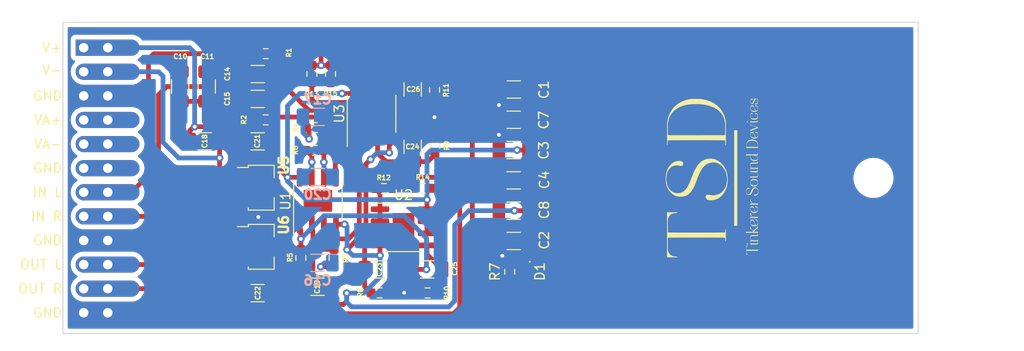
<source format=kicad_pcb>
(kicad_pcb (version 20211014) (generator pcbnew)
  (layers (0 "F.Cu" signal) (31 "B.Cu" signal) (34 "B.Paste" user) (35 "F.Paste" user) (36 "B.SilkS" user "B.Silkscreen") (37 "F.SilkS" user "F.Silkscreen") (38 "B.Mask" user) (39 "F.Mask" user) (44 "Edge.Cuts" user))
  (net 0 "")
  (net 1 "GND")
  (net 2 "VCC")
  (net 3 "VEE")
  (net 4 "R IN")
  (net 5 "L IN")
  (net 6 "V+")
  (net 7 "V-")
  (net 9 "Net-(C14-Pad1)")
  (net 10 "Net-(C15-Pad1)")
  (net 11 "Net-(C16-Pad2)")
  (net 12 "Net-(C17-Pad2)")
  (net 13 "Net-(C19-Pad1)")
  (net 14 "Net-(C19-Pad2)")
  (net 15 "Net-(C20-Pad1)")
  (net 16 "Net-(C20-Pad2)")
  (net 17 "Net-(C21-Pad1)")
  (net 18 "Net-(C22-Pad1)")
  (net 19 "Net-(C23-Pad1)")
  (net 20 "Net-(C24-Pad1)")
  (net 21 "Net-(C24-Pad2)")
  (net 22 "Net-(C25-Pad1)")
  (net 23 "Net-(C26-Pad1)")
  (net 24 "Net-(D1-Pad2)")
  (net 27 "L OUT")
  (net 28 "Net-(R12-Pad1)")
  (net 29 "Net-(R13-Pad1)")
  (net 30 "Net-(R14-Pad1)")
  (net 31 "Net-(R15-Pad1)")
  (net 32 "R OUT")
  (footprint "Resistor_SMD:R_0603_1608Metric_Pad0.98x0.95mm_HandSolder" (layer "F.Cu") (at 154.775 65.723255 180)
    (fp_text reference "R8")
    (fp_text value "10k")
  )
  (footprint "Resistor_SMD:R_0603_1608Metric_Pad0.98x0.95mm_HandSolder" (layer "F.Cu") (at 159.3325 54.706484 180)
    (fp_text reference "R14")
    (fp_text value "1R")
  )
  (footprint "Resistor_SMD:R_0603_1608Metric_Pad0.98x0.95mm_HandSolder" (layer "F.Cu") (at 146.47 62.058984 90)
    (fp_text reference "R5")
    (fp_text value "10k")
  )
  (footprint "Capacitor_SMD:C_1206_3216Metric_Pad1.33x1.80mm_HandSolder" (layer "F.Cu") (at 158.25 50.330304 90)
    (fp_text reference "C24")
    (fp_text value "1uf")
  )
  (footprint "Capacitor_SMD:C_1206_3216Metric_Pad1.33x1.80mm_HandSolder" (layer "F.Cu") (at 168.9025 47.4828)
    (fp_text reference "C7")
    (fp_text value "100nf")
  )
  (footprint "Capacitor_SMD:C_1206_3216Metric_Pad1.33x1.80mm_HandSolder" (layer "F.Cu") (at 158.253071 44.286484 -90)
    (fp_text reference "C26")
    (fp_text value "1uf")
  )
  (footprint "Capacitor_SMD:C_1206_3216Metric_Pad1.33x1.80mm_HandSolder" (layer "F.Cu") (at 154.755 63.25348)
    (fp_text reference "C23")
    (fp_text value "1uf")
  )
  (footprint "Capacitor_SMD:C_1206_3216Metric_Pad1.33x1.80mm_HandSolder" (layer "F.Cu") (at 168.9025 53.87 180)
    (fp_text reference "C4")
    (fp_text value "100nf")
  )
  (footprint "Custom Library:Logo_25mm" (layer "F.Cu") (at 190.49 53.45838 90)
    (fp_text reference "G***" hide)
    (fp_text value "LOGO" hide)
  )
  (footprint "Resistor_SMD:R_0603_1608Metric_Pad0.98x0.95mm_HandSolder" (layer "F.Cu") (at 159.8175 65.733255)
    (fp_text reference "R10")
    (fp_text value "10k")
  )
  (footprint "Package_SO:SOIC-8-1EP_3.9x4.9mm_P1.27mm_EP2.29x3mm" (layer "F.Cu") (at 148.259999 56.02409 90)
    (fp_text reference "U1")
    (fp_text value "OPA1656")
  )
  (footprint "Resistor_SMD:R_0603_1608Metric_Pad0.98x0.95mm_HandSolder" (layer "F.Cu") (at 147.95 48.306484 180)
    (fp_text reference "R4")
    (fp_text value "10k")
  )
  (footprint "Capacitor_SMD:C_1206_3216Metric_Pad1.33x1.80mm_HandSolder" (layer "F.Cu") (at 159.785 63.25348 180)
    (fp_text reference "C25")
    (fp_text value "1uf")
  )
  (footprint "Resistor_SMD:R_0603_1608Metric_Pad0.98x0.95mm_HandSolder" (layer "F.Cu") (at 160.59 50.242866 -90)
    (fp_text reference "R9")
    (fp_text value "10k")
  )
  (footprint "Capacitor_SMD:C_1206_3216Metric_Pad1.33x1.80mm_HandSolder" (layer "F.Cu") (at 133.75 43.983984 90)
    (fp_text reference "C10")
    (fp_text value "68pf")
  )
  (footprint "Resistor_SMD:R_0603_1608Metric_Pad0.98x0.95mm_HandSolder" (layer "F.Cu") (at 147.948777 50.710907 180)
    (fp_text reference "R6")
    (fp_text value "10k")
  )
  (footprint "Capacitor_SMD:C_1206_3216Metric_Pad1.33x1.80mm_HandSolder" (layer "F.Cu") (at 136.55 43.976484 90)
    (fp_text reference "C11")
    (fp_text value "68pf")
  )
  (footprint "Resistor_SMD:R_0603_1608Metric_Pad0.98x0.95mm_HandSolder" (layer "F.Cu") (at 142.76 47.496484)
    (fp_text reference "R2")
    (fp_text value "10k")
  )
  (footprint "Capacitor_SMD:C_1206_3216Metric_Pad1.33x1.80mm_HandSolder" (layer "F.Cu") (at 168.9025 57.0636 180)
    (fp_text reference "C8")
    (fp_text value "100nf")
  )
  (footprint "Resistor_SMD:R_0603_1608Metric_Pad0.98x0.95mm_HandSolder" (layer "F.Cu") (at 155.2125 54.726484)
    (fp_text reference "R12")
    (fp_text value "1R")
  )
  (footprint "Capacitor_SMD:C_1206_3216Metric_Pad1.33x1.80mm_HandSolder" (layer "F.Cu") (at 136.338982 49.758984)
    (fp_text reference "C18")
    (fp_text value "1uf")
  )
  (footprint "Package_TO_SOT_SMD:SOT-89-3" (layer "F.Cu") (at 141.993254 60.872004)
    (fp_text reference "U6")
    (fp_text value "L79L12_SOT89")
  )
  (footprint "Capacitor_SMD:C_1206_3216Metric_Pad1.33x1.80mm_HandSolder" (layer "F.Cu") (at 168.9175 44.2892)
    (fp_text reference "C1")
    (fp_text value "100nf")
  )
  (footprint "TSD MIXER FOOTPRINTS:PinHeader_2x12_P2.54mm_Vertical" (layer "F.Cu") (at 123.5775 39.885)
    (fp_text reference "J1" hide)
    (fp_text value "Conector")
  )
  (footprint "Capacitor_SMD:C_1206_3216Metric_Pad1.33x1.80mm_HandSolder" (layer "F.Cu") (at 141.923254 65.753516)
    (fp_text reference "C22")
    (fp_text value "2u2")
  )
  (footprint "Package_SO:SOIC-8-1EP_3.9x4.9mm_P1.27mm_EP2.29x3mm" (layer "F.Cu") (at 157.2875 58.813984)
    (fp_text reference "U2")
    (fp_text value "OPA1678")
  )
  (footprint "Capacitor_SMD:C_1206_3216Metric_Pad1.33x1.80mm_HandSolder" (layer "F.Cu") (at 141.93 42.666484 180)
    (fp_text reference "C14")
    (fp_text value "1uf")
  )
  (footprint "Resistor_SMD:R_0603_1608Metric_Pad0.98x0.95mm_HandSolder" (layer "F.Cu") (at 142.76 40.516484)
    (fp_text reference "R1")
    (fp_text value "10k")
  )
  (footprint "Resistor_SMD:R_0603_1608Metric_Pad0.98x0.95mm_HandSolder" (layer "F.Cu") (at 149.6 42.658984 90)
    (fp_text reference "R15")
    (fp_text value "1R")
  )
  (footprint "Resistor_SMD:R_0603_1608Metric_Pad0.98x0.95mm_HandSolder" (layer "F.Cu") (at 149.97 62.058984 -90)
    (fp_text reference "R3")
    (fp_text value "10k")
  )
  (footprint "Capacitor_SMD:C_1206_3216Metric_Pad1.33x1.80mm_HandSolder" (layer "F.Cu") (at 168.9025 50.6764)
    (fp_text reference "C3")
    (fp_text value "100nf")
  )
  (footprint "Resistor_SMD:R_0603_1608Metric_Pad0.98x0.95mm_HandSolder" (layer "F.Cu") (at 168.477955 63.505386 -90)
    (fp_text reference "R7")
    (fp_text value "10k")
  )
  (footprint "Capacitor_SMD:C_1206_3216Metric_Pad1.33x1.80mm_HandSolder" (layer "F.Cu") (at 168.9025 60.2572 180)
    (fp_text reference "C2")
    (fp_text value "100nf")
  )
  (footprint "Diode_SMD:D_0201_0603Metric_Pad0.64x0.40mm_HandSolder" (layer "F.Cu") (at 170.6075 63.487886 -90)
    (fp_text reference "D1")
    (fp_text value "LED")
  )
  (footprint "MountingHole:MountingHole_3.2mm_M3" (layer "F.Cu") (at 206.82 53.61)
    (fp_text reference "H1" hide)
    (fp_text value "ScrewIn")
  )
  (footprint "Capacitor_SMD:C_1206_3216Metric_Pad1.33x1.80mm_HandSolder" (layer "F.Cu") (at 141.93 45.286484 180)
    (fp_text reference "C15")
    (fp_text value "1uf")
  )
  (footprint "Package_SO:SOIC-8-1EP_3.9x4.9mm_P1.27mm_EP2.29x3mm" (layer "F.Cu") (at 153.9225 46.843984 90)
    (fp_text reference "U3")
    (fp_text value "OPA1678")
  )
  (footprint "Resistor_SMD:R_0603_1608Metric_Pad0.98x0.95mm_HandSolder" (layer "F.Cu") (at 147.635861 42.658984 90)
    (fp_text reference "R13")
    (fp_text value "1R")
  )
  (footprint "Resistor_SMD:R_0603_1608Metric_Pad0.98x0.95mm_HandSolder" (layer "F.Cu") (at 160.56 44.315329 90)
    (fp_text reference "R11")
    (fp_text value "10k")
  )
  (footprint "Capacitor_SMD:C_1206_3216Metric_Pad1.33x1.80mm_HandSolder" (layer "F.Cu") (at 148.22 65.078984)
    (fp_text reference "C19")
    (fp_text value "68pf")
  )
  (footprint "Package_TO_SOT_SMD:SOT-89-3" (layer "F.Cu") (at 141.990232 54.640494)
    (fp_text reference "U5")
    (fp_text value "L78L10_SOT89")
  )
  (footprint "Capacitor_SMD:C_1206_3216Metric_Pad1.33x1.80mm_HandSolder" (layer "F.Cu") (at 141.920232 49.758984)
    (fp_text reference "C21")
    (fp_text value "2u2")
  )
  (footprint "Capacitor_SMD:C_1206_3216Metric_Pad1.33x1.80mm_HandSolder" (layer "B.Cu") (at 148.22 62.568984)
    (fp_text reference "C16")
    (fp_text value "1uf")
  )
  (footprint "Capacitor_SMD:C_1206_3216Metric_Pad1.33x1.80mm_HandSolder" (layer "B.Cu") (at 148.25 47.181426 180)
    (fp_text reference "C17")
    (fp_text value "1uf")
  )
  (footprint "Capacitor_SMD:C_1206_3216Metric_Pad1.33x1.80mm_HandSolder" (layer "B.Cu") (at 148.25 53.52241)
    (fp_text reference "C20")
    (fp_text value "68pf")
  )
  (gr_rect (start 121.39 37.21) (end 211.53 70.01) (layer "Edge.Cuts") (width 0.1) (fill none))
  (segment (start 141.8475 53.743984) (end 141.87 53.766484) (width 0.5) (layer "F.Cu") (net 1))
  (segment (start 157.345 65.723255) (end 157.355 65.713255) (width 0.5) (layer "F.Cu") (net 1))
  (segment (start 141.8475 40.516484) (end 141.8475 53.743984) (width 0.5) (layer "F.Cu") (net 1))
  (segment (start 167.34 60.2572) (end 167.097498 60.014698) (width 0.5) (layer "F.Cu") (net 1))
  (segment (start 158.885 65.713255) (end 158.905 65.733255) (width 0.5) (layer "F.Cu") (net 1))
  (segment (start 142.42 57.295258) (end 141.987629 57.727629) (width 0.5) (layer "F.Cu") (net 1))
  (segment (start 167.34 45.93) (end 167.34 44.3042) (width 0.5) (layer "F.Cu") (net 1))
  (segment (start 160.56 47.216484) (end 160.56 47.5) (width 0.5) (layer "F.Cu") (net 1))
  (segment (start 157.355 65.713255) (end 158.885 65.713255) (width 0.5) (layer "F.Cu") (net 1))
  (segment (start 133.75 45.546484) (end 136.5425 45.546484) (width 0.5) (layer "F.Cu") (net 1))
  (segment (start 167.34 57.0636) (end 167.34 58.627886) (width 0.5) (layer "F.Cu") (net 1))
  (segment (start 155.6875 65.723255) (end 157.345 65.723255) (width 0.5) (layer "F.Cu") (net 1))
  (segment (start 167.702534 61.817466) (end 168.477955 62.592886) (width 0.5) (layer "F.Cu") (net 1))
  (segment (start 167.34 50.6764) (end 167.34 49.07) (width 0.5) (layer "F.Cu") (net 1))
  (segment (start 138.5075 47.496484) (end 136.55 45.538984) (width 0.5) (layer "F.Cu") (net 1))
  (segment (start 160.56 47.5) (end 160.56 49.300366) (width 0.5) (layer "F.Cu") (net 1))
  (segment (start 141.987629 57.727629) (end 140.343254 59.372004) (width 0.5) (layer "F.Cu") (net 1))
  (segment (start 167.34 47.4828) (end 167.34 45.93) (width 0.5) (layer "F.Cu") (net 1))
  (segment (start 141.8475 47.496484) (end 138.5075 47.496484) (width 0.5) (layer "F.Cu") (net 1))
  (segment (start 167.34 49.07) (end 167.34 47.4828) (width 0.5) (layer "F.Cu") (net 1))
  (segment (start 167.2975 58.585386) (end 167.34 58.627886) (width 0.5) (layer "F.Cu") (net 1))
  (segment (start 160.5772 47.4828) (end 160.56 47.5) (width 0.5) (layer "F.Cu") (net 1))
  (segment (start 141.87 53.766484) (end 140.99599 54.640494) (width 0.5) (layer "F.Cu") (net 1))
  (segment (start 167.34 53.87) (end 167.34 57.0636) (width 0.5) (layer "F.Cu") (net 1))
  (segment (start 142.42 54.666484) (end 142.42 57.295258) (width 0.5) (layer "F.Cu") (net 1))
  (segment (start 167.34 58.627886) (end 167.34 60.2572) (width 0.5) (layer "F.Cu") (net 1))
  (segment (start 167.34 61.454931) (end 167.702534 61.817466) (width 0.5) (layer "F.Cu") (net 1))
  (segment (start 167.34 60.2572) (end 167.34 61.454931) (width 0.5) (layer "F.Cu") (net 1))
  (segment (start 167.34 53.87) (end 167.34 50.6764) (width 0.5) (layer "F.Cu") (net 1))
  (segment (start 160.56 45.227829) (end 160.56 47.216484) (width 0.5) (layer "F.Cu") (net 1))
  (via (at 167.34 45.93) (size 0.8) (drill 0.4) (layers "F.Cu" "B.Cu") (net 1))
  (via (at 167.34 49.07) (size 0.8) (drill 0.4) (layers "F.Cu" "B.Cu") (net 1))
  (via (at 157.355 65.713255) (size 0.8) (drill 0.4) (layers "F.Cu" "B.Cu") (net 1))
  (via (at 141.987629 57.727629) (size 0.8) (drill 0.4) (layers "F.Cu" "B.Cu") (net 1))
  (via (at 160.56 47.216484) (size 0.8) (drill 0.4) (layers "F.Cu" "B.Cu") (net 1))
  (via (at 167.702534 61.817466) (size 0.8) (drill 0.4) (layers "F.Cu" "B.Cu") (net 1))
  (segment (start 160.56 46.41) (end 160.56 47.216484) (width 0.5) (layer "B.Cu") (net 1))
  (segment (start 167.34 45.93) (end 161.04 45.93) (width 0.5) (layer "B.Cu") (net 1))
  (segment (start 161.04 45.93) (end 160.56 46.41) (width 0.5) (layer "B.Cu") (net 1))
  (segment (start 143.482732 51.969216) (end 145.062606 53.54909) (width 0.5) (layer "F.Cu") (net 2))
  (segment (start 170.48 44.2892) (end 170.48 47.4678) (width 0.5) (layer "F.Cu") (net 2))
  (segment (start 151.67 44.716484) (end 150.8 44.716484) (width 0.5) (layer "F.Cu") (net 2))
  (segment (start 170.48 47.4678) (end 170.465 47.4828) (width 0.5) (layer "F.Cu") (net 2))
  (segment (start 145.062606 53.54909) (end 146.354999 53.54909) (width 0.5) (layer "F.Cu") (net 2))
  (segment (start 170.465 50.6764) (end 169.2536 50.6764) (width 0.5) (layer "F.Cu") (net 2))
  (segment (start 143.482732 49.758984) (end 143.482732 51.969216) (width 0.5) (layer "F.Cu") (net 2))
  (segment (start 159.7625 56.908984) (end 159.7625 55.898984) (width 0.5) (layer "F.Cu") (net 2))
  (segment (start 170.48 43.41) (end 170.48 44.2892) (width 0.5) (layer "F.Cu") (net 2))
  (segment (start 170.465 50.6764) (end 170.465 47.4828) (width 0.5) (layer "F.Cu") (net 2))
  (segment (start 152.0175 44.368984) (end 151.67 44.716484) (width 0.5) (layer "F.Cu") (net 2))
  (via (at 150.8 44.716484) (size 0.8) (drill 0.4) (layers "F.Cu" "B.Cu") (net 2))
  (via (at 159.7625 55.898984) (size 0.8) (drill 0.4) (layers "F.Cu" "B.Cu") (net 2))
  (via (at 145.062606 53.54909) (size 0.8) (drill 0.4) (layers "F.Cu" "B.Cu") (net 2))
  (via (at 169.2536 50.6764) (size 0.8) (drill 0.4) (layers "F.Cu" "B.Cu") (net 2))
  (segment (start 169.2536 50.6764) (end 160.1986 50.6764) (width 0.5) (layer "B.Cu") (net 2))
  (segment (start 160.1986 50.6764) (end 159.7625 51.1125) (width 0.5) (layer "B.Cu") (net 2))
  (segment (start 159.8 55.936484) (end 159.7625 55.898984) (width 0.5) (layer "B.Cu") (net 2))
  (segment (start 147.012304 55.898984) (end 145.062606 53.949286) (width 0.5) (layer "B.Cu") (net 2))
  (segment (start 146.36 44.716484) (end 145.062606 46.013878) (width 0.5) (layer "B.Cu") (net 2))
  (segment (start 145.062606 53.949286) (end 145.062606 53.54909) (width 0.5) (layer "B.Cu") (net 2))
  (segment (start 159.7625 51.1125) (end 159.7625 55.898984) (width 0.5) (layer "B.Cu") (net 2))
  (segment (start 159.7625 55.898984) (end 147.012304 55.898984) (width 0.5) (layer "B.Cu") (net 2))
  (segment (start 150.8 44.716484) (end 146.36 44.716484) (width 0.5) (layer "B.Cu") (net 2))
  (segment (start 145.062606 46.013878) (end 145.062606 53.54909) (width 0.5) (layer "B.Cu") (net 2))
  (segment (start 170.6075 63.080386) (end 170.6075 60.3997) (width 0.5) (layer "F.Cu") (net 3))
  (segment (start 151.338242 61.178242) (end 153.325 59.191484) (width 0.5) (layer "F.Cu") (net 3))
  (segment (start 150.96 66.946484) (end 145.99 66.946484) (width 0.5) (layer "F.Cu") (net 3))
  (segment (start 145.99 66.946484) (end 144.797032 65.753516) (width 0.5) (layer "F.Cu") (net 3))
  (segment (start 153.82 51.656484) (end 153.325 52.151484) (width 0.5) (layer "F.Cu") (net 3))
  (segment (start 144.797032 65.753516) (end 143.485754 65.753516) (width 0.5) (layer "F.Cu") (net 3))
  (segment (start 150.164999 58.49909) (end 151.077394 58.49909) (width 0.5) (layer "F.Cu") (net 3))
  (segment (start 168.9764 57.0636) (end 168.97 57.07) (width 0.5) (layer "F.Cu") (net 3))
  (segment (start 170.465 57.0636) (end 168.9764 57.0636) (width 0.5) (layer "F.Cu") (net 3))
  (segment (start 155.78 50.956484) (end 155.78 49.366484) (width 0.5) (layer "F.Cu") (net 3))
  (segment (start 151.3 65.75) (end 151.3 66.606484) (width 0.5) (layer "F.Cu") (net 3))
  (segment (start 151.3 61.216484) (end 151.338242 61.178242) (width 0.5) (layer "F.Cu") (net 3))
  (segment (start 154.8125 61.783984) (end 154.8125 60.718984) (width 0.5) (layer "F.Cu") (net 3))
  (segment (start 153.325 59.191484) (end 153.325 52.151484) (width 0.5) (layer "F.Cu") (net 3))
  (segment (start 170.6075 60.3997) (end 170.465 60.2572) (width 0.5) (layer "F.Cu") (net 3))
  (segment (start 151.3 66.606484) (end 150.96 66.946484) (width 0.5) (layer "F.Cu") (net 3))
  (segment (start 170.465 53.87) (end 170.465 57.0636) (width 0.5) (layer "F.Cu") (net 3))
  (segment (start 170.465 57.0636) (end 170.465 60.2572) (width 0.5) (layer "F.Cu") (net 3))
  (via (at 155.78 50.956484) (size 0.8) (drill 0.4) (layers "F.Cu" "B.Cu") (net 3))
  (via (at 151.338242 61.178242) (size 0.8) (drill 0.4) (layers "F.Cu" "B.Cu") (net 3))
  (via (at 154.8125 61.783984) (size 0.8) (drill 0.4) (layers "F.Cu" "B.Cu") (net 3))
  (via (at 151.3 65.75) (size 0.8) (drill 0.4) (layers "F.Cu" "B.Cu") (net 3))
  (via (at 151.077394 58.49909) (size 0.8) (drill 0.4) (layers "F.Cu" "B.Cu") (net 3))
  (via (at 153.82 51.656484) (size 0.8) (drill 0.4) (layers "F.Cu" "B.Cu") (net 3))
  (via (at 168.9764 57.0636) (size 0.8) (drill 0.4) (layers "F.Cu" "B.Cu") (net 3))
  (segment (start 154.8125 61.783984) (end 151.943984 61.783984) (width 0.5) (layer "B.Cu") (net 3))
  (segment (start 151.338242 61.178242) (end 151.338242 58.759938) (width 0.5) (layer "B.Cu") (net 3))
  (segment (start 151.303516 65.753516) (end 151.3 65.75) (width 0.5) (layer "B.Cu") (net 3))
  (segment (start 153.112968 65.753516) (end 151.303516 65.753516) (width 0.5) (layer "B.Cu") (net 3))
  (segment (start 162.68 66.58) (end 162.06 67.2) (width 0.5) (layer "B.Cu") (net 3))
  (segment (start 164.1864 57.0636) (end 162.68 58.57) (width 0.5) (layer "B.Cu") (net 3))
  (segment (start 151.943984 61.783984) (end 151.338242 61.178242) (width 0.5) (layer "B.Cu") (net 3))
  (segment (start 151.3 66.7) (end 151.3 65.75) (width 0.5) (layer "B.Cu") (net 3))
  (segment (start 151.8 67.2) (end 151.3 66.7) (width 0.5) (layer "B.Cu") (net 3))
  (segment (start 162.06 67.2) (end 151.8 67.2) (width 0.5) (layer "B.Cu") (net 3))
  (segment (start 153.82 51.656484) (end 154.52 50.956484) (width 0.5) (layer "B.Cu") (net 3))
  (segment (start 154.52 50.956484) (end 155.78 50.956484) (width 0.5) (layer "B.Cu") (net 3))
  (segment (start 162.68 58.57) (end 162.68 66.58) (width 0.5) (layer "B.Cu") (net 3))
  (segment (start 168.9764 57.0636) (end 164.1864 57.0636) (width 0.5) (layer "B.Cu") (net 3))
  (segment (start 151.338242 58.759938) (end 151.077394 58.49909) (width 0.5) (layer "B.Cu") (net 3))
  (segment (start 154.82 61.791484) (end 154.8125 61.783984) (width 0.5) (layer "B.Cu") (net 3))
  (segment (start 154.82 64.046484) (end 154.82 61.791484) (width 0.5) (layer "B.Cu") (net 3))
  (segment (start 153.112968 65.753516) (end 154.82 64.046484) (width 0.5) (layer "B.Cu") (net 3))
  (segment (start 133.75 42.421484) (end 133.75 43.85) (width 0.5) (layer "F.Cu") (net 4))
  (segment (start 131.47 56.42) (end 131.47 52.03) (width 0.5) (layer "F.Cu") (net 4))
  (segment (start 133.75 43.85) (end 133.613516 43.986484) (width 0.5) (layer "F.Cu") (net 4))
  (segment (start 135.315 43.986484) (end 139.0675 43.986484) (width 0.5) (layer "F.Cu") (net 4))
  (segment (start 135.315 43.986484) (end 133.613516 43.986484) (width 0.5) (layer "F.Cu") (net 4))
  (segment (start 130.86 57.03) (end 131.47 56.42) (width 0.5) (layer "F.Cu") (net 4))
  (segment (start 126.1175 57.665) (end 130.225 57.665) (width 0.5) (layer "F.Cu") (net 4))
  (segment (start 132.333516 43.986484) (end 131.47 44.85) (width 0.5) (layer "F.Cu") (net 4))
  (segment (start 139.0675 43.986484) (end 140.3675 45.286484) (width 0.5) (layer "F.Cu") (net 4))
  (segment (start 133.613516 43.986484) (end 132.333516 43.986484) (width 0.5) (layer "F.Cu") (net 4))
  (segment (start 131.47 52.03) (end 131.47 44.85) (width 0.5) (layer "F.Cu") (net 4))
  (segment (start 130.225 57.665) (end 130.86 57.03) (width 0.5) (layer "F.Cu") (net 4))
  (segment (start 140.3675 42.666484) (end 136.8025 42.666484) (width 0.5) (layer "F.Cu") (net 5))
  (segment (start 130.97 40.52) (end 130.410489 41.079511) (width 0.5) (layer "F.Cu") (net 5))
  (segment (start 136.55 42.413984) (end 136.55 41.1) (width 0.5) (layer "F.Cu") (net 5))
  (segment (start 136.55 41.1) (end 135.97 40.52) (width 0.5) (layer "F.Cu") (net 5))
  (segment (start 128.6175 55.125) (end 130.410489 53.332011) (width 0.5) (layer "F.Cu") (net 5))
  (segment (start 126.1175 55.125) (end 128.6175 55.125) (width 0.5) (layer "F.Cu") (net 5))
  (segment (start 135.97 40.52) (end 130.97 40.52) (width 0.5) (layer "F.Cu") (net 5))
  (segment (start 130.410489 53.332011) (end 130.410489 41.079511) (width 0.5) (layer "F.Cu") (net 5))
  (segment (start 135.177732 48.216484) (end 135.273516 48.216484) (width 0.5) (layer "F.Cu") (net 6))
  (segment (start 139.722906 56.140494) (end 139.050232 55.46782) (width 0.5) (layer "F.Cu") (net 6))
  (segment (start 139.050232 48.498984) (end 138.767732 48.216484) (width 0.5) (layer "F.Cu") (net 6))
  (segment (start 139.050232 55.46782) (end 139.050232 48.498984) (width 0.5) (layer "F.Cu") (net 6))
  (segment (start 134.776482 48.617734) (end 135.177732 48.216484) (width 0.5) (layer "F.Cu") (net 6))
  (segment (start 134.776482 49.758984) (end 134.776482 48.617734) (width 0.5) (layer "F.Cu") (net 6))
  (segment (start 135.273516 48.216484) (end 138.767732 48.216484) (width 0.5) (layer "F.Cu") (net 6))
  (segment (start 140.340232 56.140494) (end 139.722906 56.140494) (width 0.5) (layer "F.Cu") (net 6))
  (via (at 135.273516 48.216484) (size 0.8) (drill 0.4) (layers "F.Cu" "B.Cu") (net 6))
  (segment (start 135.273516 40.413516) (end 134.745 39.885) (width 0.5) (layer "B.Cu") (net 6))
  (segment (start 134.745 39.885) (end 126.1175 39.885) (width 0.5) (layer "B.Cu") (net 6))
  (segment (start 135.273516 48.216484) (end 135.273516 40.413516) (width 0.5) (layer "B.Cu") (net 6))
  (segment (start 137.901482 49.758984) (end 137.901482 51.508518) (width 0.5) (layer "F.Cu") (net 7))
  (segment (start 138.602004 60.872004) (end 140.430754 60.872004) (width 0.5) (layer "F.Cu") (net 7))
  (segment (start 137.901482 60.171482) (end 138.602004 60.872004) (width 0.5) (layer "F.Cu") (net 7))
  (segment (start 137.901482 51.508518) (end 137.901482 60.171482) (width 0.5) (layer "F.Cu") (net 7))
  (via (at 137.901482 51.508518) (size 0.8) (drill 0.4) (layers "F.Cu" "B.Cu") (net 7))
  (segment (start 137.901482 51.508518) (end 133.588518 51.508518) (width 0.5) (layer "B.Cu") (net 7))
  (segment (start 133.588518 51.508518) (end 131.94 49.86) (width 0.5) (layer "B.Cu") (net 7))
  (segment (start 131.94 42.89) (end 131.475 42.425) (width 0.5) (layer "B.Cu") (net 7))
  (segment (start 131.94 49.86) (end 131.94 42.89) (width 0.5) (layer "B.Cu") (net 7))
  (segment (start 131.475 42.425) (end 126.1175 42.425) (width 0.5) (layer "B.Cu") (net 7))
  (segment (start 147.32298 46.496964) (end 150.64048 46.496964) (width 0.5) (layer "F.Cu") (net 9))
  (segment (start 150.64048 46.496964) (end 150.989519 46.846003) (width 0.5) (layer "F.Cu") (net 9))
  (segment (start 152.62548 58.901004) (end 151.49 60.036484) (width 0.5) (layer "F.Cu") (net 9))
  (segment (start 150.989519 46.846003) (end 150.989519 51.010523) (width 0.5) (layer "F.Cu") (net 9))
  (segment (start 143.4925 42.666484) (end 147.32298 46.496964) (width 0.5) (layer "F.Cu") (net 9))
  (segment (start 149.15 60.036484) (end 148.894999 59.781483) (width 0.5) (layer "F.Cu") (net 9))
  (segment (start 148.894999 59.781483) (end 148.894999 58.49909) (width 0.5) (layer "F.Cu") (net 9))
  (segment (start 143.4925 42.666484) (end 143.4925 40.696484) (width 0.5) (layer "F.Cu") (net 9))
  (segment (start 150.989519 51.010523) (end 152.62548 52.646484) (width 0.5) (layer "F.Cu") (net 9))
  (segment (start 152.62548 52.646484) (end 152.62548 58.901004) (width 0.5) (layer "F.Cu") (net 9))
  (segment (start 151.49 60.036484) (end 149.15 60.036484) (width 0.5) (layer "F.Cu") (net 9))
  (segment (start 143.4925 45.286484) (end 143.4925 47.316484) (width 0.5) (layer "F.Cu") (net 10))
  (segment (start 143.9725 47.196484) (end 143.6725 47.496484) (width 0.5) (layer "F.Cu") (net 10))
  (segment (start 150.1 47.196484) (end 143.9725 47.196484) (width 0.5) (layer "F.Cu") (net 10))
  (segment (start 150.1 53.484091) (end 150.1 47.196484) (width 0.5) (layer "F.Cu") (net 10))
  (segment (start 148.9025 62.971484) (end 148.5575 62.971484) (width 0.5) (layer "F.Cu") (net 11))
  (segment (start 149.97 62.971484) (end 148.9025 62.971484) (width 0.5) (layer "F.Cu") (net 11))
  (via (at 148.5575 62.971484) (size 0.8) (drill 0.4) (layers "F.Cu" "B.Cu") (net 11))
  (segment (start 148.96 62.568984) (end 148.5575 62.971484) (width 0.5) (layer "B.Cu") (net 11))
  (segment (start 149.7825 62.568984) (end 148.96 62.568984) (width 0.5) (layer "B.Cu") (net 11))
  (segment (start 147.339999 49.496484) (end 147.339999 48.608983) (width 0.5) (layer "F.Cu") (net 12))
  (segment (start 147.339999 48.608983) (end 147.0375 48.306484) (width 0.5) (layer "F.Cu") (net 12))
  (via (at 147.339999 49.496484) (size 0.8) (drill 0.4) (layers "F.Cu" "B.Cu") (net 12))
  (segment (start 146.69 47.786484) (end 146.69 48.846485) (width 0.5) (layer "B.Cu") (net 12))
  (segment (start 146.69 48.846485) (end 147.339999 49.496484) (width 0.5) (layer "B.Cu") (net 12))
  (segment (start 145.44 62.176484) (end 146.47 61.146484) (width 0.5) (layer "F.Cu") (net 13))
  (segment (start 156.3175 63.25348) (end 158.2225 63.25348) (width 0.5) (layer "F.Cu") (net 13))
  (segment (start 146.47 60.036484) (end 146.47 59.146484) (width 0.5) (layer "F.Cu") (net 13))
  (segment (start 146.47 61.146484) (end 146.47 60.036484) (width 0.5) (layer "F.Cu") (net 13))
  (segment (start 158.2225 63.25348) (end 159.705 63.25348) (width 0.5) (layer "F.Cu") (net 13))
  (segment (start 145.44 63.861484) (end 145.44 62.176484) (width 0.5) (layer "F.Cu") (net 13))
  (segment (start 146.6575 65.078984) (end 145.44 63.861484) (width 0.5) (layer "F.Cu") (net 13))
  (via (at 146.47 60.036484) (size 0.8) (drill 0.4) (layers "F.Cu" "B.Cu") (net 13))
  (via (at 159.705 63.25348) (size 0.8) (drill 0.4) (layers "F.Cu" "B.Cu") (net 13))
  (segment (start 146.47 60.036484) (end 148.91 57.596484) (width 0.5) (layer "B.Cu") (net 13))
  (segment (start 157.34 57.596484) (end 159.705 59.961484) (width 0.5) (layer "B.Cu") (net 13))
  (segment (start 148.91 57.596484) (end 157.34 57.596484) (width 0.5) (layer "B.Cu") (net 13))
  (segment (start 159.705 59.961484) (end 159.705 63.25348) (width 0.5) (layer "B.Cu") (net 13))
  (segment (start 147.75 61.146484) (end 147.74 61.156484) (width 0.5) (layer "F.Cu") (net 14))
  (segment (start 147.7025 62.971484) (end 147.74 63.008984) (width 0.5) (layer "F.Cu") (net 14))
  (segment (start 149.7825 65.078984) (end 148.6 65.078984) (width 0.5) (layer "F.Cu") (net 14))
  (segment (start 147.74 64.218984) (end 147.74 61.156484) (width 0.5) (layer "F.Cu") (net 14))
  (segment (start 148.6 65.078984) (end 147.74 64.218984) (width 0.5) (layer "F.Cu") (net 14))
  (segment (start 149.97 61.146484) (end 147.75 61.146484) (width 0.5) (layer "F.Cu") (net 14))
  (segment (start 147.74 61.156484) (end 147.74 59.146484) (width 0.5) (layer "F.Cu") (net 14))
  (segment (start 146.47 62.971484) (end 147.7025 62.971484) (width 0.5) (layer "F.Cu") (net 14))
  (segment (start 147.624999 51.299629) (end 147.036277 50.710907) (width 0.5) (layer "F.Cu") (net 15))
  (segment (start 147.624999 51.93909) (end 147.624999 51.299629) (width 0.5) (layer "F.Cu") (net 15))
  (segment (start 147.624999 53.54909) (end 147.624999 51.93909) (width 0.5) (layer "F.Cu") (net 15))
  (via (at 147.624999 51.93909) (size 0.8) (drill 0.4) (layers "F.Cu" "B.Cu") (net 15))
  (segment (start 147.624999 52.584911) (end 146.6875 53.52241) (width 0.5) (layer "B.Cu") (net 15))
  (segment (start 147.624999 51.93909) (end 147.624999 52.584911) (width 0.5) (layer "B.Cu") (net 15))
  (segment (start 148.894999 53.54909) (end 148.894999 51.94909) (width 0.5) (layer "F.Cu") (net 16))
  (segment (start 148.8625 48.306484) (end 148.8625 50.709684) (width 0.5) (layer "F.Cu") (net 16))
  (segment (start 148.894999 51.94909) (end 148.894999 50.685288) (width 0.5) (layer "F.Cu") (net 16))
  (via (at 148.894999 51.94909) (size 0.8) (drill 0.4) (layers "F.Cu" "B.Cu") (net 16))
  (segment (start 148.894999 52.604909) (end 149.8125 53.52241) (width 0.5) (layer "B.Cu") (net 16))
  (segment (start 148.894999 51.94909) (end 148.894999 52.604909) (width 0.5) (layer "B.Cu") (net 16))
  (segment (start 140.357732 53.54032) (end 140.357732 49.758984) (width 0.5) (layer "F.Cu") (net 17))
  (segment (start 140.343254 65.736016) (end 140.343254 62.372004) (width 0.5) (layer "F.Cu") (net 18))
  (segment (start 153.1925 63.25348) (end 153.1925 65.053255) (width 0.5) (layer "F.Cu") (net 19))
  (segment (start 154.07 59.448984) (end 154.8125 59.448984) (width 0.5) (layer "F.Cu") (net 19))
  (segment (start 153.1925 63.25348) (end 153.1925 60.326484) (width 0.5) (layer "F.Cu") (net 19))
  (segment (start 153.1925 65.053255) (end 153.8625 65.723255) (width 0.5) (layer "F.Cu") (net 19))
  (segment (start 153.1925 60.326484) (end 154.07 59.448984) (width 0.5) (layer "F.Cu") (net 19))
  (segment (start 155.46 51.903984) (end 158.23882 51.903984) (width 0.5) (layer "F.Cu") (net 20))
  (segment (start 159.852562 51.892804) (end 160.59 51.155366) (width 0.5) (layer "F.Cu") (net 20))
  (segment (start 154.5575 51.001484) (end 155.46 51.903984) (width 0.5) (layer "F.Cu") (net 20))
  (segment (start 158.25 51.892804) (end 159.852562 51.892804) (width 0.5) (layer "F.Cu") (net 20))
  (segment (start 154.5575 49.318984) (end 154.5575 51.001484) (width 0.5) (layer "F.Cu") (net 20))
  (segment (start 158.25 48.767804) (end 158.25 45.852055) (width 0.5) (layer "F.Cu") (net 21))
  (segment (start 158.25 45.852055) (end 158.253071 45.848984) (width 0.5) (layer "F.Cu") (net 21))
  (segment (start 161.3475 65.115755) (end 160.73 65.733255) (width 0.5) (layer "F.Cu") (net 22))
  (segment (start 161.3475 63.25348) (end 161.3475 65.115755) (width 0.5) (layer "F.Cu") (net 22))
  (segment (start 161.3475 63.25348) (end 159.7625 61.66848) (width 0.5) (layer "F.Cu") (net 22))
  (segment (start 159.7625 61.66848) (end 159.7625 60.718984) (width 0.5) (layer "F.Cu") (net 22))
  (segment (start 158.253071 42.723984) (end 159.881155 42.723984) (width 0.5) (layer "F.Cu") (net 23))
  (segment (start 159.881155 42.723984) (end 160.56 43.402829) (width 0.5) (layer "F.Cu") (net 23))
  (segment (start 155.8275 44.368984) (end 156.608071 44.368984) (width 0.5) (layer "F.Cu") (net 23))
  (segment (start 156.608071 44.368984) (end 158.253071 42.723984) (width 0.5) (layer "F.Cu") (net 23))
  (segment (start 170.5525 64.417886) (end 168.477955 64.417886) (width 0.5) (layer "F.Cu") (net 24))
  (segment (start 170.6075 63.895386) (end 170.6075 64.362886) (width 0.5) (layer "F.Cu") (net 24))
  (segment (start 170.6075 64.362886) (end 170.5525 64.417886) (width 0.5) (layer "F.Cu") (net 24))
  (segment (start 131.245 62.745) (end 131.94 63.44) (width 0.5) (layer "F.Cu") (net 27))
  (segment (start 132.44 67.93) (end 162.55 67.93) (width 0.5) (layer "F.Cu") (net 27))
  (segment (start 156.125 54.726484) (end 158.4 54.726484) (width 0.5) (layer "F.Cu") (net 27))
  (segment (start 158.79 53.55) (end 158.42 53.92) (width 0.5) (layer "F.Cu") (net 27))
  (segment (start 158.42 53.92) (end 158.42 54.706484) (width 0.5) (layer "F.Cu") (net 27))
  (segment (start 131.94 67.43) (end 132.44 67.93) (width 0.5) (layer "F.Cu") (net 27))
  (segment (start 162.8 53.55) (end 158.79 53.55) (width 0.5) (layer "F.Cu") (net 27))
  (segment (start 162.55 67.93) (end 163.22 67.26) (width 0.5) (layer "F.Cu") (net 27))
  (segment (start 163.22 53.97) (end 162.8 53.55) (width 0.5) (layer "F.Cu") (net 27))
  (segment (start 126.1175 62.745) (end 131.245 62.745) (width 0.5) (layer "F.Cu") (net 27))
  (segment (start 131.94 63.44) (end 131.94 67.43) (width 0.5) (layer "F.Cu") (net 27))
  (segment (start 163.22 67.26) (end 163.22 53.97) (width 0.5) (layer "F.Cu") (net 27))
  (segment (start 154.8125 56.908984) (end 154.8125 55.238984) (width 0.5) (layer "F.Cu") (net 28))
  (segment (start 154.8125 58.178984) (end 154.8125 57.503984) (width 0.5) (layer "F.Cu") (net 28))
  (segment (start 154.8125 57.503984) (end 154.8125 56.908984) (width 0.5) (layer "F.Cu") (net 28))
  (segment (start 154.8125 55.238984) (end 154.3 54.726484) (width 0.5) (layer "F.Cu") (net 28))
  (segment (start 147.63 45.356484) (end 147.63 43.577345) (width 0.5) (layer "F.Cu") (net 29))
  (segment (start 152.0175 49.318984) (end 151.73 49.031484) (width 0.5) (layer "F.Cu") (net 29))
  (segment (start 152.0175 49.318984) (end 153.2875 49.318984) (width 0.5) (layer "F.Cu") (net 29))
  (segment (start 151.23 45.656484) (end 147.93 45.656484) (width 0.5) (layer "F.Cu") (net 29))
  (segment (start 151.73 49.031484) (end 151.73 46.156484) (width 0.5) (layer "F.Cu") (net 29))
  (segment (start 151.73 46.156484) (end 151.23 45.656484) (width 0.5) (layer "F.Cu") (net 29))
  (segment (start 147.93 45.656484) (end 147.63 45.356484) (width 0.5) (layer "F.Cu") (net 29))
  (segment (start 162.2825 55.356484) (end 161.6325 54.706484) (width 0.5) (layer "F.Cu") (net 30))
  (segment (start 162.2825 57.486484) (end 162.2825 55.356484) (width 0.5) (layer "F.Cu") (net 30))
  (segment (start 161.6325 54.706484) (end 160.245 54.706484) (width 0.5) (layer "F.Cu") (net 30))
  (segment (start 159.7625 59.448984) (end 159.7625 58.178984) (width 0.5) (layer "F.Cu") (net 30))
  (segment (start 161.59 58.178984) (end 162.2825 57.486484) (width 0.5) (layer "F.Cu") (net 30))
  (segment (start 159.7625 58.178984) (end 161.59 58.178984) (width 0.5) (layer "F.Cu") (net 30))
  (segment (start 153.2875 43.273984) (end 152.78 42.766484) (width 0.5) (layer "F.Cu") (net 31))
  (segment (start 153.2875 44.368984) (end 153.2875 43.273984) (width 0.5) (layer "F.Cu") (net 31))
  (segment (start 152.78 42.766484) (end 150.405 42.766484) (width 0.5) (layer "F.Cu") (net 31))
  (segment (start 150.405 42.766484) (end 149.6 43.571484) (width 0.5) (layer "F.Cu") (net 31))
  (segment (start 154.0175 44.208984) (end 154.5575 44.208984) (width 0.5) (layer "F.Cu") (net 31))
  (segment (start 153.2875 44.208984) (end 154.0175 44.208984) (width 0.5) (layer "F.Cu") (net 31))
  (segment (start 131.1 65.64) (end 130.745 65.285) (width 0.5) (layer "F.Cu") (net 32))
  (segment (start 130.745 65.285) (end 126.1175 65.285) (width 0.5) (layer "F.Cu") (net 32))
  (segment (start 163.4 68.84) (end 131.52 68.84) (width 0.5) (layer "F.Cu") (net 32))
  (segment (start 148.6 41.746484) (end 147.635861 41.746484) (width 0.5) (layer "F.Cu") (net 32))
  (segment (start 148.99 40.22) (end 163.75 40.22) (width 0.5) (layer "F.Cu") (net 32))
  (segment (start 164.54 41.01) (end 164.54 67.7) (width 0.5) (layer "F.Cu") (net 32))
  (segment (start 164.54 67.7) (end 163.4 68.84) (width 0.5) (layer "F.Cu") (net 32))
  (segment (start 131.52 68.84) (end 131.1 68.42) (width 0.5) (layer "F.Cu") (net 32))
  (segment (start 163.75 40.22) (end 164.54 41.01) (width 0.5) (layer "F.Cu") (net 32))
  (segment (start 131.1 68.42) (end 131.1 65.64) (width 0.5) (layer "F.Cu") (net 32))
  (segment (start 148.6 40.61) (end 148.99 40.22) (width 0.5) (layer "F.Cu") (net 32))
  (segment (start 149.6 41.746484) (end 148.6 41.746484) (width 0.5) (layer "F.Cu") (net 32))
  (segment (start 148.6 41.746484) (end 148.6 40.61) (width 0.5) (layer "F.Cu") (net 32))
  (via (at 148.6 41.746484) (size 0.8) (drill 0.4) (layers "F.Cu" "B.Cu") (net 32))
  (zone (net 1) (net_name "GND") (layer "B.Cu") (connect_pads yes (clearance 0.508)) (min_thickness 0.254) (fill yes (thermal_gap 0.508) (thermal_bridge_width 0.508))
    (polygon (pts (xy 222.479289 34.893839) (xy 222.709289 71.843839) (xy 116.44 71.88) (xy 114.76 35.47) (xy 174.15 34.86)))
  )
)
</source>
